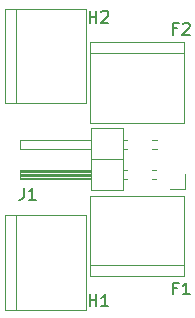
<source format=gto>
G04 #@! TF.GenerationSoftware,KiCad,Pcbnew,(5.1.6-0-10_14)*
G04 #@! TF.CreationDate,2020-08-07T14:37:36+09:00*
G04 #@! TF.ProjectId,con_body,636f6e5f-626f-4647-992e-6b696361645f,rev?*
G04 #@! TF.SameCoordinates,Original*
G04 #@! TF.FileFunction,Legend,Top*
G04 #@! TF.FilePolarity,Positive*
%FSLAX46Y46*%
G04 Gerber Fmt 4.6, Leading zero omitted, Abs format (unit mm)*
G04 Created by KiCad (PCBNEW (5.1.6-0-10_14)) date 2020-08-07 14:37:36*
%MOMM*%
%LPD*%
G01*
G04 APERTURE LIST*
%ADD10C,0.120000*%
%ADD11C,0.150000*%
G04 APERTURE END LIST*
D10*
G04 #@! TO.C,F1*
X164250000Y-109000000D02*
X156250000Y-109000000D01*
X156250000Y-109900000D02*
X156250000Y-103100000D01*
X164250000Y-109900000D02*
X156250000Y-109900000D01*
X164250000Y-103100000D02*
X164250000Y-109900000D01*
X156250000Y-103100000D02*
X164250000Y-103100000D01*
G04 #@! TO.C,F2*
X164250000Y-96900000D02*
X156250000Y-96900000D01*
X156250000Y-96900000D02*
X156250000Y-90100000D01*
X156250000Y-90100000D02*
X164250000Y-90100000D01*
X164250000Y-90100000D02*
X164250000Y-96900000D01*
X156250000Y-91000000D02*
X164250000Y-91000000D01*
G04 #@! TO.C,H1*
X150000000Y-112750000D02*
X150000000Y-104750000D01*
X149100000Y-104750000D02*
X155900000Y-104750000D01*
X149100000Y-112750000D02*
X149100000Y-104750000D01*
X155900000Y-112750000D02*
X149100000Y-112750000D01*
X155900000Y-104750000D02*
X155900000Y-112750000D01*
G04 #@! TO.C,H2*
X155900000Y-87250000D02*
X155900000Y-95250000D01*
X155900000Y-95250000D02*
X149100000Y-95250000D01*
X149100000Y-95250000D02*
X149100000Y-87250000D01*
X149100000Y-87250000D02*
X155900000Y-87250000D01*
X150000000Y-95250000D02*
X150000000Y-87250000D01*
G04 #@! TO.C,J1*
X159020000Y-102600000D02*
X159020000Y-97400000D01*
X159020000Y-97400000D02*
X156360000Y-97400000D01*
X156360000Y-97400000D02*
X156360000Y-102600000D01*
X156360000Y-102600000D02*
X159020000Y-102600000D01*
X156360000Y-101650000D02*
X150360000Y-101650000D01*
X150360000Y-101650000D02*
X150360000Y-100890000D01*
X150360000Y-100890000D02*
X156360000Y-100890000D01*
X156360000Y-101590000D02*
X150360000Y-101590000D01*
X156360000Y-101470000D02*
X150360000Y-101470000D01*
X156360000Y-101350000D02*
X150360000Y-101350000D01*
X156360000Y-101230000D02*
X150360000Y-101230000D01*
X156360000Y-101110000D02*
X150360000Y-101110000D01*
X156360000Y-100990000D02*
X150360000Y-100990000D01*
X159417071Y-101650000D02*
X159020000Y-101650000D01*
X159417071Y-100890000D02*
X159020000Y-100890000D01*
X161890000Y-101650000D02*
X161502929Y-101650000D01*
X161890000Y-100890000D02*
X161502929Y-100890000D01*
X159020000Y-100000000D02*
X156360000Y-100000000D01*
X156360000Y-99110000D02*
X150360000Y-99110000D01*
X150360000Y-99110000D02*
X150360000Y-98350000D01*
X150360000Y-98350000D02*
X156360000Y-98350000D01*
X159417071Y-99110000D02*
X159020000Y-99110000D01*
X159417071Y-98350000D02*
X159020000Y-98350000D01*
X161957071Y-99110000D02*
X161502929Y-99110000D01*
X161957071Y-98350000D02*
X161502929Y-98350000D01*
X164270000Y-101270000D02*
X164270000Y-102540000D01*
X164270000Y-102540000D02*
X163000000Y-102540000D01*
G04 #@! TO.C,F1*
D11*
X163666666Y-110928571D02*
X163333333Y-110928571D01*
X163333333Y-111452380D02*
X163333333Y-110452380D01*
X163809523Y-110452380D01*
X164714285Y-111452380D02*
X164142857Y-111452380D01*
X164428571Y-111452380D02*
X164428571Y-110452380D01*
X164333333Y-110595238D01*
X164238095Y-110690476D01*
X164142857Y-110738095D01*
G04 #@! TO.C,F2*
X163666666Y-88928571D02*
X163333333Y-88928571D01*
X163333333Y-89452380D02*
X163333333Y-88452380D01*
X163809523Y-88452380D01*
X164142857Y-88547619D02*
X164190476Y-88500000D01*
X164285714Y-88452380D01*
X164523809Y-88452380D01*
X164619047Y-88500000D01*
X164666666Y-88547619D01*
X164714285Y-88642857D01*
X164714285Y-88738095D01*
X164666666Y-88880952D01*
X164095238Y-89452380D01*
X164714285Y-89452380D01*
G04 #@! TO.C,H1*
X156238095Y-112452380D02*
X156238095Y-111452380D01*
X156238095Y-111928571D02*
X156809523Y-111928571D01*
X156809523Y-112452380D02*
X156809523Y-111452380D01*
X157809523Y-112452380D02*
X157238095Y-112452380D01*
X157523809Y-112452380D02*
X157523809Y-111452380D01*
X157428571Y-111595238D01*
X157333333Y-111690476D01*
X157238095Y-111738095D01*
G04 #@! TO.C,H2*
X156238095Y-88452380D02*
X156238095Y-87452380D01*
X156238095Y-87928571D02*
X156809523Y-87928571D01*
X156809523Y-88452380D02*
X156809523Y-87452380D01*
X157238095Y-87547619D02*
X157285714Y-87500000D01*
X157380952Y-87452380D01*
X157619047Y-87452380D01*
X157714285Y-87500000D01*
X157761904Y-87547619D01*
X157809523Y-87642857D01*
X157809523Y-87738095D01*
X157761904Y-87880952D01*
X157190476Y-88452380D01*
X157809523Y-88452380D01*
G04 #@! TO.C,J1*
X150666666Y-102452380D02*
X150666666Y-103166666D01*
X150619047Y-103309523D01*
X150523809Y-103404761D01*
X150380952Y-103452380D01*
X150285714Y-103452380D01*
X151666666Y-103452380D02*
X151095238Y-103452380D01*
X151380952Y-103452380D02*
X151380952Y-102452380D01*
X151285714Y-102595238D01*
X151190476Y-102690476D01*
X151095238Y-102738095D01*
G04 #@! TD*
M02*

</source>
